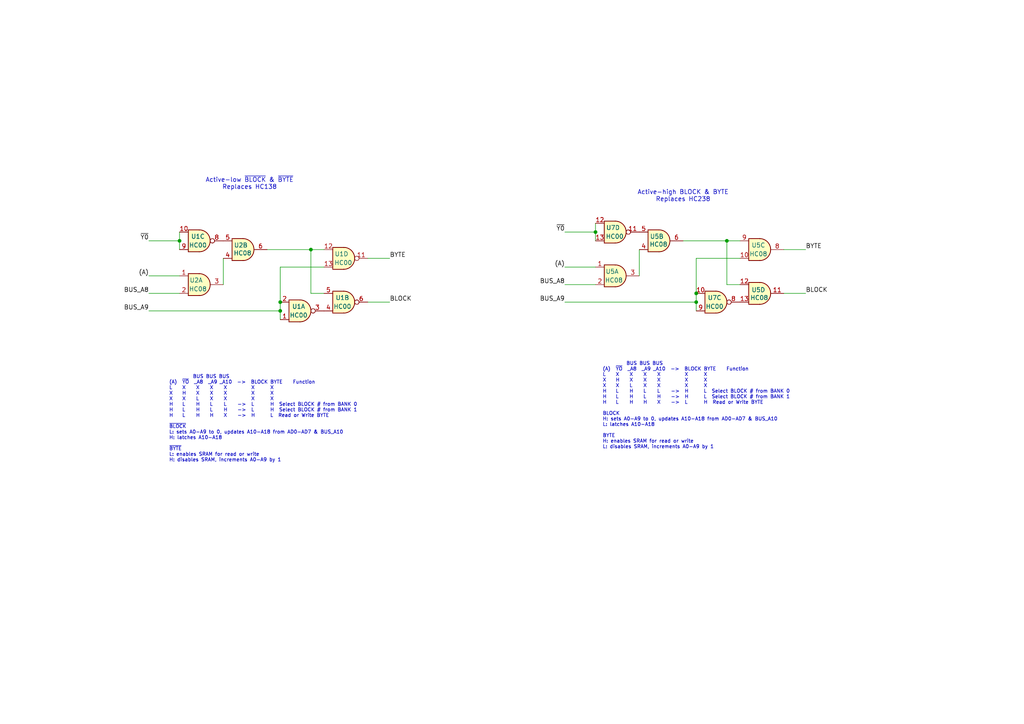
<source format=kicad_sch>
(kicad_sch
	(version 20231120)
	(generator "eeschema")
	(generator_version "8.0")
	(uuid "f15c2929-5cf4-4b4e-965d-148e1bec8a42")
	(paper "A4")
	(title_block
		(title "MiniNDP control circuit - active high output")
		(date "2024-11-25")
		(company "Brian K. White - b.kenyon.w@gmail.com")
		(comment 1 "github.com/bkw777/NODE_DATAPAC")
	)
	(lib_symbols
		(symbol "000_LOCAL:74xx00"
			(exclude_from_sim no)
			(in_bom yes)
			(on_board yes)
			(property "Reference" "U"
				(at 1.524 8.636 0)
				(effects
					(font
						(size 1.27 1.27)
					)
				)
			)
			(property "Value" "74xx00"
				(at 3.302 6.604 0)
				(effects
					(font
						(size 1.27 1.27)
					)
				)
			)
			(property "Footprint" ""
				(at 0 0 0)
				(effects
					(font
						(size 1.27 1.27)
					)
					(hide yes)
				)
			)
			(property "Datasheet" "datasheets/HC00.pdf"
				(at 6.35 0 0)
				(effects
					(font
						(size 1.27 1.27)
					)
					(hide yes)
				)
			)
			(property "Description" "Quad NAND Gate"
				(at 6.35 0 0)
				(effects
					(font
						(size 1.27 1.27)
					)
					(hide yes)
				)
			)
			(property "ki_keywords" "Qaud Gate NAND"
				(at 0 0 0)
				(effects
					(font
						(size 1.27 1.27)
					)
					(hide yes)
				)
			)
			(property "ki_fp_filters" "SSOP* VSSOP*"
				(at 0 0 0)
				(effects
					(font
						(size 1.27 1.27)
					)
					(hide yes)
				)
			)
			(symbol "74xx00_1_1"
				(arc
					(start -0.635 -3.175)
					(mid 2.54 0)
					(end -0.635 3.175)
					(stroke
						(width 0.254)
						(type default)
					)
					(fill
						(type background)
					)
				)
				(polyline
					(pts
						(xy -0.635 -3.175) (xy -3.81 -3.175) (xy -3.81 3.175) (xy -0.635 3.175)
					)
					(stroke
						(width 0.254)
						(type default)
					)
					(fill
						(type background)
					)
				)
				(pin input line
					(at -6.35 2.54 0)
					(length 2.54)
					(name "~"
						(effects
							(font
								(size 1.27 1.27)
							)
						)
					)
					(number "1"
						(effects
							(font
								(size 1.27 1.27)
							)
						)
					)
				)
				(pin input line
					(at -6.35 -2.54 0)
					(length 2.54)
					(name "~"
						(effects
							(font
								(size 1.27 1.27)
							)
						)
					)
					(number "2"
						(effects
							(font
								(size 1.27 1.27)
							)
						)
					)
				)
				(pin output inverted
					(at 6.35 0 180)
					(length 3.81)
					(name "~"
						(effects
							(font
								(size 1.27 1.27)
							)
						)
					)
					(number "3"
						(effects
							(font
								(size 1.27 1.27)
							)
						)
					)
				)
			)
			(symbol "74xx00_2_1"
				(arc
					(start -0.635 -3.175)
					(mid 2.54 0)
					(end -0.635 3.175)
					(stroke
						(width 0.254)
						(type default)
					)
					(fill
						(type background)
					)
				)
				(polyline
					(pts
						(xy -0.635 -3.175) (xy -3.81 -3.175) (xy -3.81 3.175) (xy -0.635 3.175)
					)
					(stroke
						(width 0.254)
						(type default)
					)
					(fill
						(type background)
					)
				)
				(pin input line
					(at -6.35 2.54 0)
					(length 2.54)
					(name "~"
						(effects
							(font
								(size 1.27 1.27)
							)
						)
					)
					(number "4"
						(effects
							(font
								(size 1.27 1.27)
							)
						)
					)
				)
				(pin input line
					(at -6.35 -2.54 0)
					(length 2.54)
					(name "~"
						(effects
							(font
								(size 1.27 1.27)
							)
						)
					)
					(number "5"
						(effects
							(font
								(size 1.27 1.27)
							)
						)
					)
				)
				(pin output inverted
					(at 6.35 0 180)
					(length 3.81)
					(name "~"
						(effects
							(font
								(size 1.27 1.27)
							)
						)
					)
					(number "6"
						(effects
							(font
								(size 1.27 1.27)
							)
						)
					)
				)
			)
			(symbol "74xx00_3_1"
				(arc
					(start -0.635 -3.175)
					(mid 2.54 0)
					(end -0.635 3.175)
					(stroke
						(width 0.254)
						(type default)
					)
					(fill
						(type background)
					)
				)
				(polyline
					(pts
						(xy -0.635 -3.175) (xy -3.81 -3.175) (xy -3.81 3.175) (xy -0.635 3.175)
					)
					(stroke
						(width 0.254)
						(type default)
					)
					(fill
						(type background)
					)
				)
				(pin input line
					(at -6.35 -2.54 0)
					(length 2.54)
					(name "~"
						(effects
							(font
								(size 1.27 1.27)
							)
						)
					)
					(number "10"
						(effects
							(font
								(size 1.27 1.27)
							)
						)
					)
				)
				(pin output inverted
					(at 6.35 0 180)
					(length 3.81)
					(name "~"
						(effects
							(font
								(size 1.27 1.27)
							)
						)
					)
					(number "8"
						(effects
							(font
								(size 1.27 1.27)
							)
						)
					)
				)
				(pin input line
					(at -6.35 2.54 0)
					(length 2.54)
					(name "~"
						(effects
							(font
								(size 1.27 1.27)
							)
						)
					)
					(number "9"
						(effects
							(font
								(size 1.27 1.27)
							)
						)
					)
				)
			)
			(symbol "74xx00_4_1"
				(arc
					(start -0.635 -3.175)
					(mid 2.54 0)
					(end -0.635 3.175)
					(stroke
						(width 0.254)
						(type default)
					)
					(fill
						(type background)
					)
				)
				(polyline
					(pts
						(xy -0.635 -3.175) (xy -3.81 -3.175) (xy -3.81 3.175) (xy -0.635 3.175)
					)
					(stroke
						(width 0.254)
						(type default)
					)
					(fill
						(type background)
					)
				)
				(pin output inverted
					(at 6.35 0 180)
					(length 3.81)
					(name "~"
						(effects
							(font
								(size 1.27 1.27)
							)
						)
					)
					(number "11"
						(effects
							(font
								(size 1.27 1.27)
							)
						)
					)
				)
				(pin input line
					(at -6.35 2.54 0)
					(length 2.54)
					(name "~"
						(effects
							(font
								(size 1.27 1.27)
							)
						)
					)
					(number "12"
						(effects
							(font
								(size 1.27 1.27)
							)
						)
					)
				)
				(pin input line
					(at -6.35 -2.54 0)
					(length 2.54)
					(name "~"
						(effects
							(font
								(size 1.27 1.27)
							)
						)
					)
					(number "13"
						(effects
							(font
								(size 1.27 1.27)
							)
						)
					)
				)
			)
			(symbol "74xx00_5_0"
				(rectangle
					(start -5.08 5.08)
					(end 5.08 -5.08)
					(stroke
						(width 0.254)
						(type default)
					)
					(fill
						(type background)
					)
				)
			)
			(symbol "74xx00_5_1"
				(pin power_in line
					(at 0 10.16 270)
					(length 5.08)
					(name "VCC"
						(effects
							(font
								(size 1.27 1.27)
							)
						)
					)
					(number "14"
						(effects
							(font
								(size 1.27 1.27)
							)
						)
					)
				)
				(pin power_in line
					(at 0 -10.16 90)
					(length 5.08)
					(name "GND"
						(effects
							(font
								(size 1.27 1.27)
							)
						)
					)
					(number "7"
						(effects
							(font
								(size 1.27 1.27)
							)
						)
					)
				)
			)
		)
		(symbol "000_LOCAL:74xx08"
			(exclude_from_sim no)
			(in_bom yes)
			(on_board yes)
			(property "Reference" "U"
				(at 1.524 8.636 0)
				(effects
					(font
						(size 1.27 1.27)
					)
				)
			)
			(property "Value" "74xx08"
				(at 3.302 6.604 0)
				(effects
					(font
						(size 1.27 1.27)
					)
				)
			)
			(property "Footprint" ""
				(at 0 0 0)
				(effects
					(font
						(size 1.27 1.27)
					)
					(hide yes)
				)
			)
			(property "Datasheet" "datasheets/HC08.pdf"
				(at 6.35 0 0)
				(effects
					(font
						(size 1.27 1.27)
					)
					(hide yes)
				)
			)
			(property "Description" "Quad AND Gate"
				(at 6.35 0 0)
				(effects
					(font
						(size 1.27 1.27)
					)
					(hide yes)
				)
			)
			(property "ki_keywords" "Quad Gate AND"
				(at 0 0 0)
				(effects
					(font
						(size 1.27 1.27)
					)
					(hide yes)
				)
			)
			(property "ki_fp_filters" "SSOP* VSSOP*"
				(at 0 0 0)
				(effects
					(font
						(size 1.27 1.27)
					)
					(hide yes)
				)
			)
			(symbol "74xx08_1_1"
				(arc
					(start -0.635 -3.175)
					(mid 2.54 0)
					(end -0.635 3.175)
					(stroke
						(width 0.254)
						(type default)
					)
					(fill
						(type background)
					)
				)
				(polyline
					(pts
						(xy -0.635 -3.175) (xy -3.81 -3.175) (xy -3.81 3.175) (xy -0.635 3.175)
					)
					(stroke
						(width 0.254)
						(type default)
					)
					(fill
						(type background)
					)
				)
				(pin input line
					(at -6.35 2.54 0)
					(length 2.54)
					(name "~"
						(effects
							(font
								(size 1.27 1.27)
							)
						)
					)
					(number "1"
						(effects
							(font
								(size 1.27 1.27)
							)
						)
					)
				)
				(pin input line
					(at -6.35 -2.54 0)
					(length 2.54)
					(name "~"
						(effects
							(font
								(size 1.27 1.27)
							)
						)
					)
					(number "2"
						(effects
							(font
								(size 1.27 1.27)
							)
						)
					)
				)
				(pin output line
					(at 6.35 0 180)
					(length 3.81)
					(name "~"
						(effects
							(font
								(size 1.27 1.27)
							)
						)
					)
					(number "3"
						(effects
							(font
								(size 1.27 1.27)
							)
						)
					)
				)
			)
			(symbol "74xx08_2_1"
				(arc
					(start -0.635 -3.175)
					(mid 2.54 0)
					(end -0.635 3.175)
					(stroke
						(width 0.254)
						(type default)
					)
					(fill
						(type background)
					)
				)
				(polyline
					(pts
						(xy -0.635 -3.175) (xy -3.81 -3.175) (xy -3.81 3.175) (xy -0.635 3.175)
					)
					(stroke
						(width 0.254)
						(type default)
					)
					(fill
						(type background)
					)
				)
				(pin input line
					(at -6.35 2.54 0)
					(length 2.54)
					(name "~"
						(effects
							(font
								(size 1.27 1.27)
							)
						)
					)
					(number "4"
						(effects
							(font
								(size 1.27 1.27)
							)
						)
					)
				)
				(pin input line
					(at -6.35 -2.54 0)
					(length 2.54)
					(name "~"
						(effects
							(font
								(size 1.27 1.27)
							)
						)
					)
					(number "5"
						(effects
							(font
								(size 1.27 1.27)
							)
						)
					)
				)
				(pin output line
					(at 6.35 0 180)
					(length 3.81)
					(name "~"
						(effects
							(font
								(size 1.27 1.27)
							)
						)
					)
					(number "6"
						(effects
							(font
								(size 1.27 1.27)
							)
						)
					)
				)
			)
			(symbol "74xx08_3_1"
				(arc
					(start -0.635 -3.175)
					(mid 2.54 0)
					(end -0.635 3.175)
					(stroke
						(width 0.254)
						(type default)
					)
					(fill
						(type background)
					)
				)
				(polyline
					(pts
						(xy -0.635 -3.175) (xy -3.81 -3.175) (xy -3.81 3.175) (xy -0.635 3.175)
					)
					(stroke
						(width 0.254)
						(type default)
					)
					(fill
						(type background)
					)
				)
				(pin input line
					(at -6.35 -2.54 0)
					(length 2.54)
					(name "~"
						(effects
							(font
								(size 1.27 1.27)
							)
						)
					)
					(number "10"
						(effects
							(font
								(size 1.27 1.27)
							)
						)
					)
				)
				(pin output line
					(at 6.35 0 180)
					(length 3.81)
					(name "~"
						(effects
							(font
								(size 1.27 1.27)
							)
						)
					)
					(number "8"
						(effects
							(font
								(size 1.27 1.27)
							)
						)
					)
				)
				(pin input line
					(at -6.35 2.54 0)
					(length 2.54)
					(name "~"
						(effects
							(font
								(size 1.27 1.27)
							)
						)
					)
					(number "9"
						(effects
							(font
								(size 1.27 1.27)
							)
						)
					)
				)
			)
			(symbol "74xx08_4_1"
				(arc
					(start -0.635 -3.175)
					(mid 2.54 0)
					(end -0.635 3.175)
					(stroke
						(width 0.254)
						(type default)
					)
					(fill
						(type background)
					)
				)
				(polyline
					(pts
						(xy -0.635 -3.175) (xy -3.81 -3.175) (xy -3.81 3.175) (xy -0.635 3.175)
					)
					(stroke
						(width 0.254)
						(type default)
					)
					(fill
						(type background)
					)
				)
				(pin output line
					(at 6.35 0 180)
					(length 3.81)
					(name "~"
						(effects
							(font
								(size 1.27 1.27)
							)
						)
					)
					(number "11"
						(effects
							(font
								(size 1.27 1.27)
							)
						)
					)
				)
				(pin input line
					(at -6.35 2.54 0)
					(length 2.54)
					(name "~"
						(effects
							(font
								(size 1.27 1.27)
							)
						)
					)
					(number "12"
						(effects
							(font
								(size 1.27 1.27)
							)
						)
					)
				)
				(pin input line
					(at -6.35 -2.54 0)
					(length 2.54)
					(name "~"
						(effects
							(font
								(size 1.27 1.27)
							)
						)
					)
					(number "13"
						(effects
							(font
								(size 1.27 1.27)
							)
						)
					)
				)
			)
			(symbol "74xx08_5_0"
				(rectangle
					(start -5.08 5.08)
					(end 5.08 -5.08)
					(stroke
						(width 0.254)
						(type default)
					)
					(fill
						(type background)
					)
				)
			)
			(symbol "74xx08_5_1"
				(pin power_in line
					(at 0 10.16 270)
					(length 5.08)
					(name "VCC"
						(effects
							(font
								(size 1.27 1.27)
							)
						)
					)
					(number "14"
						(effects
							(font
								(size 1.27 1.27)
							)
						)
					)
				)
				(pin power_in line
					(at 0 -10.16 90)
					(length 5.08)
					(name "GND"
						(effects
							(font
								(size 1.27 1.27)
							)
						)
					)
					(number "7"
						(effects
							(font
								(size 1.27 1.27)
							)
						)
					)
				)
			)
		)
	)
	(junction
		(at 201.93 85.09)
		(diameter 0)
		(color 0 0 0 0)
		(uuid "4c0157f8-c8d4-49b4-b18c-15278f1d6d5f")
	)
	(junction
		(at 201.93 87.63)
		(diameter 0)
		(color 0 0 0 0)
		(uuid "56313f31-1b51-4f1a-9e07-40c806964e99")
	)
	(junction
		(at 172.72 67.31)
		(diameter 0)
		(color 0 0 0 0)
		(uuid "b1878cc3-7121-4e96-955d-320efad36a77")
	)
	(junction
		(at 52.07 69.85)
		(diameter 0)
		(color 0 0 0 0)
		(uuid "b54ab78f-bd38-4d90-bbd4-0cd1ab6be862")
	)
	(junction
		(at 81.28 90.17)
		(diameter 0)
		(color 0 0 0 0)
		(uuid "bcd4d080-4c28-45ee-a515-71cf903e0f26")
	)
	(junction
		(at 90.17 72.39)
		(diameter 0)
		(color 0 0 0 0)
		(uuid "c8b2229a-0c0f-46cc-a23a-ac83d4b89915")
	)
	(junction
		(at 81.28 87.63)
		(diameter 0)
		(color 0 0 0 0)
		(uuid "db83e28c-977b-4c7f-bb30-b22e8e8fb1bd")
	)
	(junction
		(at 210.82 69.85)
		(diameter 0)
		(color 0 0 0 0)
		(uuid "e19de3d1-1859-44cd-8ae0-1218359547a3")
	)
	(wire
		(pts
			(xy 163.83 87.63) (xy 201.93 87.63)
		)
		(stroke
			(width 0)
			(type default)
		)
		(uuid "0e36a295-701b-41e3-ac63-b51c98959e50")
	)
	(wire
		(pts
			(xy 43.18 69.85) (xy 52.07 69.85)
		)
		(stroke
			(width 0)
			(type default)
		)
		(uuid "1b635998-2f14-4ed1-8815-4f7f7e937a49")
	)
	(wire
		(pts
			(xy 227.33 72.39) (xy 233.68 72.39)
		)
		(stroke
			(width 0)
			(type default)
		)
		(uuid "24bbfed5-c844-4e7b-a3ab-2d0c59c50300")
	)
	(wire
		(pts
			(xy 172.72 64.77) (xy 172.72 67.31)
		)
		(stroke
			(width 0)
			(type default)
		)
		(uuid "296f23af-0302-40e1-9535-0e73967dc2e7")
	)
	(wire
		(pts
			(xy 52.07 67.31) (xy 52.07 69.85)
		)
		(stroke
			(width 0)
			(type default)
		)
		(uuid "2aa619fa-8b3a-4b2a-ae60-6498c4a4a787")
	)
	(wire
		(pts
			(xy 185.42 72.39) (xy 185.42 80.01)
		)
		(stroke
			(width 0)
			(type default)
		)
		(uuid "2d6b124b-0e31-41f9-a4b6-53dfe0e4b302")
	)
	(wire
		(pts
			(xy 227.33 85.09) (xy 233.68 85.09)
		)
		(stroke
			(width 0)
			(type default)
		)
		(uuid "3233a991-5e0d-403c-8271-b9c110f2def5")
	)
	(wire
		(pts
			(xy 201.93 74.93) (xy 201.93 85.09)
		)
		(stroke
			(width 0)
			(type default)
		)
		(uuid "40d15adb-ee27-487f-93a3-76b97e4af264")
	)
	(wire
		(pts
			(xy 93.98 85.09) (xy 90.17 85.09)
		)
		(stroke
			(width 0)
			(type default)
		)
		(uuid "481a7823-4491-4c51-b4e6-7e1026a7b437")
	)
	(wire
		(pts
			(xy 43.18 85.09) (xy 52.07 85.09)
		)
		(stroke
			(width 0)
			(type default)
		)
		(uuid "50ee9d56-e1ed-4d43-8d8a-866995b1a052")
	)
	(wire
		(pts
			(xy 106.68 74.93) (xy 113.03 74.93)
		)
		(stroke
			(width 0)
			(type default)
		)
		(uuid "52873688-da53-4756-8b2a-bde46f041e6a")
	)
	(wire
		(pts
			(xy 214.63 82.55) (xy 210.82 82.55)
		)
		(stroke
			(width 0)
			(type default)
		)
		(uuid "5dca31f6-ef5e-4cc0-917e-1cdf35a08c19")
	)
	(wire
		(pts
			(xy 210.82 69.85) (xy 214.63 69.85)
		)
		(stroke
			(width 0)
			(type default)
		)
		(uuid "6d047921-32e7-4bce-b8dd-c976fa7f9499")
	)
	(wire
		(pts
			(xy 201.93 85.09) (xy 201.93 87.63)
		)
		(stroke
			(width 0)
			(type default)
		)
		(uuid "74821c49-bf52-4669-a041-9ee0919b4ec8")
	)
	(wire
		(pts
			(xy 52.07 69.85) (xy 52.07 72.39)
		)
		(stroke
			(width 0)
			(type default)
		)
		(uuid "8027a0c0-fd8e-4f7c-817c-2575e1b3884e")
	)
	(wire
		(pts
			(xy 172.72 67.31) (xy 172.72 69.85)
		)
		(stroke
			(width 0)
			(type default)
		)
		(uuid "85ad2e1a-f814-4fb2-932f-66471ec89ee4")
	)
	(wire
		(pts
			(xy 81.28 90.17) (xy 81.28 92.71)
		)
		(stroke
			(width 0)
			(type default)
		)
		(uuid "88858f27-7ae8-4ef3-a4ff-98f5e618d899")
	)
	(wire
		(pts
			(xy 90.17 72.39) (xy 90.17 85.09)
		)
		(stroke
			(width 0)
			(type default)
		)
		(uuid "8f848bf5-40b4-4ecf-86c1-2211fb297bac")
	)
	(wire
		(pts
			(xy 198.12 69.85) (xy 210.82 69.85)
		)
		(stroke
			(width 0)
			(type default)
		)
		(uuid "906b10ad-9783-4501-a6ae-db96fb498dd8")
	)
	(wire
		(pts
			(xy 77.47 72.39) (xy 90.17 72.39)
		)
		(stroke
			(width 0)
			(type default)
		)
		(uuid "976d8d2f-5d2e-426b-8d7d-4dfe96074f96")
	)
	(wire
		(pts
			(xy 214.63 74.93) (xy 201.93 74.93)
		)
		(stroke
			(width 0)
			(type default)
		)
		(uuid "9906d8b4-4423-44ce-8be0-cba5954995e4")
	)
	(wire
		(pts
			(xy 201.93 87.63) (xy 201.93 90.17)
		)
		(stroke
			(width 0)
			(type default)
		)
		(uuid "a1b2eb0c-57af-42af-bd87-c6b15f7ab0e3")
	)
	(wire
		(pts
			(xy 163.83 82.55) (xy 172.72 82.55)
		)
		(stroke
			(width 0)
			(type default)
		)
		(uuid "af9fb310-f0c4-4e50-8b12-ae4e79a806dc")
	)
	(wire
		(pts
			(xy 43.18 90.17) (xy 81.28 90.17)
		)
		(stroke
			(width 0)
			(type default)
		)
		(uuid "b310d5d9-1fd0-41c8-84f2-981fc917464c")
	)
	(wire
		(pts
			(xy 90.17 72.39) (xy 93.98 72.39)
		)
		(stroke
			(width 0)
			(type default)
		)
		(uuid "b86b0587-453a-48ee-bc3d-e03e77ecd979")
	)
	(wire
		(pts
			(xy 106.68 87.63) (xy 113.03 87.63)
		)
		(stroke
			(width 0)
			(type default)
		)
		(uuid "cda833c5-46c4-495b-b9c3-0443e1628742")
	)
	(wire
		(pts
			(xy 163.83 67.31) (xy 172.72 67.31)
		)
		(stroke
			(width 0)
			(type default)
		)
		(uuid "e4cfced7-b2df-479b-8042-bcf9e066a5d9")
	)
	(wire
		(pts
			(xy 81.28 87.63) (xy 81.28 90.17)
		)
		(stroke
			(width 0)
			(type default)
		)
		(uuid "ee526893-a848-4622-aa96-58650745bb3a")
	)
	(wire
		(pts
			(xy 163.83 77.47) (xy 172.72 77.47)
		)
		(stroke
			(width 0)
			(type default)
		)
		(uuid "f1451f96-2ff0-49eb-8b78-331d5c312e4f")
	)
	(wire
		(pts
			(xy 43.18 80.01) (xy 52.07 80.01)
		)
		(stroke
			(width 0)
			(type default)
		)
		(uuid "f648a4b0-b4ea-48ab-b050-4b32a7e8d60f")
	)
	(wire
		(pts
			(xy 210.82 69.85) (xy 210.82 82.55)
		)
		(stroke
			(width 0)
			(type default)
		)
		(uuid "f8841a1e-d239-45f1-b274-360cc856f479")
	)
	(wire
		(pts
			(xy 64.77 74.93) (xy 64.77 82.55)
		)
		(stroke
			(width 0)
			(type default)
		)
		(uuid "fea9bab0-6ac4-49be-a097-66e296f859b6")
	)
	(wire
		(pts
			(xy 81.28 77.47) (xy 81.28 87.63)
		)
		(stroke
			(width 0)
			(type default)
		)
		(uuid "ff87a3bf-f118-44e4-b8b2-7339fe79f2a9")
	)
	(wire
		(pts
			(xy 93.98 77.47) (xy 81.28 77.47)
		)
		(stroke
			(width 0)
			(type default)
		)
		(uuid "ffbed5e4-194a-4356-bb2a-5a3f5fd00c76")
	)
	(text "Active-high BLOCK & BYTE\nReplaces HC238"
		(exclude_from_sim no)
		(at 198.12 56.896 0)
		(effects
			(font
				(size 1.27 1.27)
			)
		)
		(uuid "1b1b744b-52cc-4a6b-a208-888828f32f07")
	)
	(text "Active-low ~{BLOCK} & ~{BYTE}\nReplaces HC138"
		(exclude_from_sim no)
		(at 72.39 53.34 0)
		(effects
			(font
				(size 1.27 1.27)
			)
		)
		(uuid "9b0863f8-9391-4a0a-8f03-88facf48d0c1")
	)
	(text "         BUS BUS BUS\n(A)	~{YO}  _A8  _A9 _A10  ->  BLOCK BYTE    Function\nL	X	X	X	X		X	  X\nX	H	X	X	X		X	  X\nX	X	L	X	X		X	  X\nH	L	H	L	L	->  L	  H  Select BLOCK # from BANK 0\nH	L	H	L	H	->  L	  H  Select BLOCK # from BANK 1\nH	L	H	H	X	->  H	  L  Read or Write BYTE\n\n~{BLOCK}\nL: sets A0-A9 to 0, updates A10-A18 from AD0-AD7 & BUS_A10\nH: latches A10-A18\n\n~{BYTE}\nL: enables SRAM for read or write\nH: disables SRAM, increments A0-A9 by 1\n"
		(exclude_from_sim no)
		(at 49.022 134.112 0)
		(effects
			(font
				(face "KiCad Font")
				(size 1 1)
			)
			(justify left bottom)
		)
		(uuid "d2d54b37-c8c2-4d1b-ab40-c17599d1e7f1")
	)
	(text "         BUS BUS BUS\n(A)	~{YO}  _A8  _A9 _A10  ->  BLOCK BYTE    Function\nL	X	X	X	X		X	  X\nX	H	X	X	X		X	  X\nX	X	L	X	X		X	  X\nH	L	H	L	L	->  H	  L  Select BLOCK # from BANK 0\nH	L	H	L	H	->  H	  L  Select BLOCK # from BANK 1\nH	L	H	H	X	->  L	  H  Read or Write BYTE\n\nBLOCK\nH: sets A0-A9 to 0, updates A10-A18 from AD0-AD7 & BUS_A10\nL: latches A10-A18\n\nBYTE\nH: enables SRAM for read or write\nL: disables SRAM, increments A0-A9 by 1\n"
		(exclude_from_sim no)
		(at 174.752 130.302 0)
		(effects
			(font
				(face "KiCad Font")
				(size 1 1)
			)
			(justify left bottom)
		)
		(uuid "e2fc4626-87cb-403f-acf5-21accce15267")
	)
	(label "~{Y0}"
		(at 43.18 69.85 180)
		(fields_autoplaced yes)
		(effects
			(font
				(size 1.27 1.27)
			)
			(justify right bottom)
		)
		(uuid "1f217482-894a-4e06-989e-249f1c6ce976")
	)
	(label "(A)"
		(at 163.83 77.47 180)
		(fields_autoplaced yes)
		(effects
			(font
				(size 1.27 1.27)
			)
			(justify right bottom)
		)
		(uuid "26f24c64-71f1-4b61-858b-c7ec076136e2")
	)
	(label "BUS_A9"
		(at 163.83 87.63 180)
		(fields_autoplaced yes)
		(effects
			(font
				(size 1.27 1.27)
			)
			(justify right bottom)
		)
		(uuid "46916032-3d28-410d-b9be-64897c3e8d6b")
	)
	(label "BYTE"
		(at 233.68 72.39 0)
		(fields_autoplaced yes)
		(effects
			(font
				(size 1.27 1.27)
			)
			(justify left bottom)
		)
		(uuid "5b7f43f5-4b03-417b-b7a6-d47e64806a50")
	)
	(label "(A)"
		(at 43.18 80.01 180)
		(fields_autoplaced yes)
		(effects
			(font
				(size 1.27 1.27)
			)
			(justify right bottom)
		)
		(uuid "74b8cd22-9d51-4321-aea2-1179e8ea966a")
	)
	(label "BUS_A8"
		(at 43.18 85.09 180)
		(fields_autoplaced yes)
		(effects
			(font
				(size 1.27 1.27)
			)
			(justify right bottom)
		)
		(uuid "8ba6f2b2-1f7d-460b-b972-fcd3ee5cbdb0")
	)
	(label "BUS_A9"
		(at 43.18 90.17 180)
		(fields_autoplaced yes)
		(effects
			(font
				(size 1.27 1.27)
			)
			(justify right bottom)
		)
		(uuid "9168f0d9-0c1d-49c5-a24a-6195b261c63c")
	)
	(label "BLOCK"
		(at 113.03 87.63 0)
		(fields_autoplaced yes)
		(effects
			(font
				(size 1.27 1.27)
			)
			(justify left bottom)
		)
		(uuid "9a430ad2-3827-44fa-a0a3-13e5465d7587")
	)
	(label "~{Y0}"
		(at 163.83 67.31 180)
		(fields_autoplaced yes)
		(effects
			(font
				(size 1.27 1.27)
			)
			(justify right bottom)
		)
		(uuid "b213052a-974f-4699-9bfe-2c609db9a494")
	)
	(label "BYTE"
		(at 113.03 74.93 0)
		(fields_autoplaced yes)
		(effects
			(font
				(size 1.27 1.27)
			)
			(justify left bottom)
		)
		(uuid "bc89ae6c-5812-4b06-bb0a-a30407b4b8cb")
	)
	(label "BLOCK"
		(at 233.68 85.09 0)
		(fields_autoplaced yes)
		(effects
			(font
				(size 1.27 1.27)
			)
			(justify left bottom)
		)
		(uuid "c415988f-5580-473d-91d3-c15980c0247a")
	)
	(label "BUS_A8"
		(at 163.83 82.55 180)
		(fields_autoplaced yes)
		(effects
			(font
				(size 1.27 1.27)
			)
			(justify right bottom)
		)
		(uuid "d486a3d2-482c-45a4-9ddc-c6029ad0fa99")
	)
	(symbol
		(lib_id "000_LOCAL:74xx08")
		(at 191.77 69.85 0)
		(mirror x)
		(unit 2)
		(exclude_from_sim no)
		(in_bom yes)
		(on_board yes)
		(dnp no)
		(uuid "0f504627-fce3-4894-8e2f-a817ca9d635e")
		(property "Reference" "U5"
			(at 190.5 68.58 0)
			(effects
				(font
					(size 1.27 1.27)
				)
			)
		)
		(property "Value" "HC08"
			(at 191.008 70.866 0)
			(effects
				(font
					(size 1.27 1.27)
				)
			)
		)
		(property "Footprint" "000_LOCAL:SOIC-14_3.9x8.7mm_P1.27mm"
			(at 191.77 69.85 0)
			(effects
				(font
					(size 1.27 1.27)
				)
				(hide yes)
			)
		)
		(property "Datasheet" "datasheets/HC08.pdf"
			(at 198.12 69.85 0)
			(effects
				(font
					(size 1.27 1.27)
				)
				(hide yes)
			)
		)
		(property "Description" "IC GATE AND 4CH 2-INP 14SO"
			(at 198.12 69.85 0)
			(effects
				(font
					(size 1.27 1.27)
				)
				(hide yes)
			)
		)
		(property "MPN" "74HC08D,653"
			(at 191.77 69.85 0)
			(effects
				(font
					(size 1.27 1.27)
				)
				(hide yes)
			)
		)
		(pin "10"
			(uuid "bb7534d7-1bba-4750-8c68-f3d1011f9008")
		)
		(pin "6"
			(uuid "03b6e8b1-7676-4117-8346-dd75c4528a8a")
		)
		(pin "2"
			(uuid "73cd226a-b044-4154-b927-5dc6ed52acd4")
		)
		(pin "5"
			(uuid "621fa591-e4ef-4b01-8ab0-e5650eff2ea7")
		)
		(pin "4"
			(uuid "2c1c1475-9206-4adc-80ef-114fc494351a")
		)
		(pin "8"
			(uuid "714ac9f7-059a-4b9b-b3e8-1c8d3c910c0a")
		)
		(pin "12"
			(uuid "4526d731-76ba-4a78-8604-29287682d71e")
		)
		(pin "1"
			(uuid "21c411cf-107d-4669-8e50-d29b3170a746")
		)
		(pin "13"
			(uuid "83bdc63f-32f5-4c60-8ab0-a409b7376b87")
		)
		(pin "3"
			(uuid "e547ac33-f5b1-4e4a-a943-a4601c1e8d6c")
		)
		(pin "11"
			(uuid "11a35984-858f-4669-b5fd-6761838003be")
		)
		(pin "14"
			(uuid "397e49b7-b70e-4f38-a027-af951a3dd0bc")
		)
		(pin "7"
			(uuid "fcad5c90-ad43-4420-ac39-27973a027cd9")
		)
		(pin "9"
			(uuid "5acd6ab9-4f75-4d95-acfb-1600e8e14b58")
		)
		(instances
			(project ""
				(path "/f15c2929-5cf4-4b4e-965d-148e1bec8a42"
					(reference "U5")
					(unit 2)
				)
			)
		)
	)
	(symbol
		(lib_id "000_LOCAL:74xx08")
		(at 58.42 82.55 0)
		(unit 1)
		(exclude_from_sim no)
		(in_bom yes)
		(on_board yes)
		(dnp no)
		(uuid "1004f691-bc39-401b-bf87-2a3f7aed4977")
		(property "Reference" "U2"
			(at 56.896 81.28 0)
			(effects
				(font
					(size 1.27 1.27)
				)
			)
		)
		(property "Value" "HC08"
			(at 57.404 83.82 0)
			(effects
				(font
					(size 1.27 1.27)
				)
			)
		)
		(property "Footprint" "000_LOCAL:SOIC-14_3.9x8.7mm_P1.27mm"
			(at 58.42 82.55 0)
			(effects
				(font
					(size 1.27 1.27)
				)
				(hide yes)
			)
		)
		(property "Datasheet" "datasheets/HC08.pdf"
			(at 64.77 82.55 0)
			(effects
				(font
					(size 1.27 1.27)
				)
				(hide yes)
			)
		)
		(property "Description" "IC GATE AND 4CH 2-INP 14SO"
			(at 64.77 82.55 0)
			(effects
				(font
					(size 1.27 1.27)
				)
				(hide yes)
			)
		)
		(property "MPN" "74HC08D,653"
			(at 58.42 82.55 0)
			(effects
				(font
					(size 1.27 1.27)
				)
				(hide yes)
			)
		)
		(pin "10"
			(uuid "bb7534d7-1bba-4750-8c68-f3d1011f900b")
		)
		(pin "6"
			(uuid "03b6e8b1-7676-4117-8346-dd75c4528a8d")
		)
		(pin "2"
			(uuid "41652247-c8d6-454e-87dc-2c77a7ddc799")
		)
		(pin "5"
			(uuid "621fa591-e4ef-4b01-8ab0-e5650eff2eaa")
		)
		(pin "4"
			(uuid "2c1c1475-9206-4adc-80ef-114fc494351d")
		)
		(pin "8"
			(uuid "714ac9f7-059a-4b9b-b3e8-1c8d3c910c0d")
		)
		(pin "12"
			(uuid "4526d731-76ba-4a78-8604-29287682d721")
		)
		(pin "1"
			(uuid "66873caf-f262-4fbf-9fd5-0d706518d141")
		)
		(pin "13"
			(uuid "83bdc63f-32f5-4c60-8ab0-a409b7376b8a")
		)
		(pin "3"
			(uuid "66f430bb-2009-4918-8a98-c9a3ba732da0")
		)
		(pin "11"
			(uuid "11a35984-858f-4669-b5fd-6761838003c1")
		)
		(pin "14"
			(uuid "397e49b7-b70e-4f38-a027-af951a3dd0bf")
		)
		(pin "7"
			(uuid "fcad5c90-ad43-4420-ac39-27973a027cdc")
		)
		(pin "9"
			(uuid "5acd6ab9-4f75-4d95-acfb-1600e8e14b5b")
		)
		(instances
			(project "replace_238"
				(path "/f15c2929-5cf4-4b4e-965d-148e1bec8a42"
					(reference "U2")
					(unit 1)
				)
			)
		)
	)
	(symbol
		(lib_id "000_LOCAL:74xx00")
		(at 100.33 74.93 0)
		(unit 4)
		(exclude_from_sim no)
		(in_bom yes)
		(on_board yes)
		(dnp no)
		(uuid "118d60ca-14d6-4265-ac3e-1d01f2e10b69")
		(property "Reference" "U1"
			(at 99.06 73.66 0)
			(effects
				(font
					(size 1.27 1.27)
				)
			)
		)
		(property "Value" "HC00"
			(at 99.568 76.2 0)
			(effects
				(font
					(size 1.27 1.27)
				)
			)
		)
		(property "Footprint" ""
			(at 100.33 74.93 0)
			(effects
				(font
					(size 1.27 1.27)
				)
				(hide yes)
			)
		)
		(property "Datasheet" "datasheets/HC00.pdf"
			(at 106.68 74.93 0)
			(effects
				(font
					(size 1.27 1.27)
				)
				(hide yes)
			)
		)
		(property "Description" "Quad NAND Gate"
			(at 106.68 74.93 0)
			(effects
				(font
					(size 1.27 1.27)
				)
				(hide yes)
			)
		)
		(pin "13"
			(uuid "800f686b-3fc8-4298-a892-44851850168b")
		)
		(pin "6"
			(uuid "50f8bce6-eb8c-40fb-a328-9ed6be808930")
		)
		(pin "14"
			(uuid "e9a170bd-c6c4-48da-aaf3-f72742a89570")
		)
		(pin "5"
			(uuid "4837bd42-0818-4867-bf60-70a9e04cbeb0")
		)
		(pin "9"
			(uuid "0164b0f7-9956-492e-800e-b21c3e0ee913")
		)
		(pin "2"
			(uuid "15567024-14bb-4f87-b041-380521853174")
		)
		(pin "10"
			(uuid "9246da32-0e26-44ea-a233-c4cb81720b3b")
		)
		(pin "4"
			(uuid "b1b0f69d-4410-47c4-97cf-739208d12223")
		)
		(pin "8"
			(uuid "95ddd842-b9fb-40c8-a23b-00d08dd67850")
		)
		(pin "11"
			(uuid "81006710-d218-4d11-bc63-7a6a9e75d841")
		)
		(pin "3"
			(uuid "569d91df-9c9b-45fd-ab73-a3484711cb09")
		)
		(pin "12"
			(uuid "cb36b4d6-6c04-4ce6-9322-7a3a560d774f")
		)
		(pin "7"
			(uuid "74d3258f-a9a9-4c23-9355-1b900ca0019c")
		)
		(pin "1"
			(uuid "8b4c88f5-2ce3-4abf-ad54-ec0e096fc965")
		)
		(instances
			(project "replace_238"
				(path "/f15c2929-5cf4-4b4e-965d-148e1bec8a42"
					(reference "U1")
					(unit 4)
				)
			)
		)
	)
	(symbol
		(lib_id "000_LOCAL:74xx00")
		(at 208.28 87.63 0)
		(mirror x)
		(unit 3)
		(exclude_from_sim no)
		(in_bom yes)
		(on_board yes)
		(dnp no)
		(uuid "13ba83a6-ff50-486f-8903-656642546781")
		(property "Reference" "U7"
			(at 207.264 86.36 0)
			(effects
				(font
					(size 1.27 1.27)
				)
			)
		)
		(property "Value" "HC00"
			(at 207.264 88.9 0)
			(effects
				(font
					(size 1.27 1.27)
				)
			)
		)
		(property "Footprint" ""
			(at 208.28 87.63 0)
			(effects
				(font
					(size 1.27 1.27)
				)
				(hide yes)
			)
		)
		(property "Datasheet" "datasheets/HC00.pdf"
			(at 214.63 87.63 0)
			(effects
				(font
					(size 1.27 1.27)
				)
				(hide yes)
			)
		)
		(property "Description" "Quad NAND Gate"
			(at 214.63 87.63 0)
			(effects
				(font
					(size 1.27 1.27)
				)
				(hide yes)
			)
		)
		(pin "13"
			(uuid "a6c8fdbd-902e-4331-98e9-e639f5947c8b")
		)
		(pin "6"
			(uuid "50f8bce6-eb8c-40fb-a328-9ed6be80892d")
		)
		(pin "14"
			(uuid "e9a170bd-c6c4-48da-aaf3-f72742a8956d")
		)
		(pin "5"
			(uuid "4837bd42-0818-4867-bf60-70a9e04cbead")
		)
		(pin "9"
			(uuid "0164b0f7-9956-492e-800e-b21c3e0ee910")
		)
		(pin "2"
			(uuid "15567024-14bb-4f87-b041-380521853171")
		)
		(pin "10"
			(uuid "9246da32-0e26-44ea-a233-c4cb81720b38")
		)
		(pin "4"
			(uuid "b1b0f69d-4410-47c4-97cf-739208d12220")
		)
		(pin "8"
			(uuid "95ddd842-b9fb-40c8-a23b-00d08dd6784d")
		)
		(pin "11"
			(uuid "4830e06d-1c73-4761-819e-35d126a5c129")
		)
		(pin "3"
			(uuid "569d91df-9c9b-45fd-ab73-a3484711cb06")
		)
		(pin "12"
			(uuid "69864355-32d1-4bed-a286-eb0c7ab5c83f")
		)
		(pin "7"
			(uuid "74d3258f-a9a9-4c23-9355-1b900ca00199")
		)
		(pin "1"
			(uuid "8b4c88f5-2ce3-4abf-ad54-ec0e096fc962")
		)
		(instances
			(project ""
				(path "/f15c2929-5cf4-4b4e-965d-148e1bec8a42"
					(reference "U7")
					(unit 3)
				)
			)
		)
	)
	(symbol
		(lib_id "000_LOCAL:74xx00")
		(at 87.63 90.17 0)
		(mirror x)
		(unit 1)
		(exclude_from_sim no)
		(in_bom yes)
		(on_board yes)
		(dnp no)
		(uuid "373456a0-f92f-4c15-9205-81ee1491beaf")
		(property "Reference" "U1"
			(at 86.614 88.9 0)
			(effects
				(font
					(size 1.27 1.27)
				)
			)
		)
		(property "Value" "HC00"
			(at 86.614 91.44 0)
			(effects
				(font
					(size 1.27 1.27)
				)
			)
		)
		(property "Footprint" ""
			(at 87.63 90.17 0)
			(effects
				(font
					(size 1.27 1.27)
				)
				(hide yes)
			)
		)
		(property "Datasheet" "datasheets/HC00.pdf"
			(at 93.98 90.17 0)
			(effects
				(font
					(size 1.27 1.27)
				)
				(hide yes)
			)
		)
		(property "Description" "Quad NAND Gate"
			(at 93.98 90.17 0)
			(effects
				(font
					(size 1.27 1.27)
				)
				(hide yes)
			)
		)
		(pin "13"
			(uuid "a6c8fdbd-902e-4331-98e9-e639f5947c8b")
		)
		(pin "6"
			(uuid "50f8bce6-eb8c-40fb-a328-9ed6be80892d")
		)
		(pin "14"
			(uuid "e9a170bd-c6c4-48da-aaf3-f72742a8956d")
		)
		(pin "5"
			(uuid "4837bd42-0818-4867-bf60-70a9e04cbead")
		)
		(pin "9"
			(uuid "0ec0b5ac-3526-4efe-a621-6ea9bf82d43e")
		)
		(pin "2"
			(uuid "15567024-14bb-4f87-b041-380521853171")
		)
		(pin "10"
			(uuid "e19a8d62-5f9c-4390-9c70-26f50d80565a")
		)
		(pin "4"
			(uuid "b1b0f69d-4410-47c4-97cf-739208d12220")
		)
		(pin "8"
			(uuid "5a402556-a7f3-4252-a4f1-38632130cf7a")
		)
		(pin "11"
			(uuid "4830e06d-1c73-4761-819e-35d126a5c129")
		)
		(pin "3"
			(uuid "569d91df-9c9b-45fd-ab73-a3484711cb06")
		)
		(pin "12"
			(uuid "69864355-32d1-4bed-a286-eb0c7ab5c83f")
		)
		(pin "7"
			(uuid "74d3258f-a9a9-4c23-9355-1b900ca00199")
		)
		(pin "1"
			(uuid "8b4c88f5-2ce3-4abf-ad54-ec0e096fc962")
		)
		(instances
			(project "replace_238"
				(path "/f15c2929-5cf4-4b4e-965d-148e1bec8a42"
					(reference "U1")
					(unit 1)
				)
			)
		)
	)
	(symbol
		(lib_id "000_LOCAL:74xx08")
		(at 220.98 72.39 0)
		(unit 3)
		(exclude_from_sim no)
		(in_bom yes)
		(on_board yes)
		(dnp no)
		(uuid "5b35ccc5-70a3-4c09-aeb6-d4c811dc943c")
		(property "Reference" "U5"
			(at 219.964 71.12 0)
			(effects
				(font
					(size 1.27 1.27)
				)
			)
		)
		(property "Value" "HC08"
			(at 219.964 73.66 0)
			(effects
				(font
					(size 1.27 1.27)
				)
			)
		)
		(property "Footprint" "000_LOCAL:SOIC-14_3.9x8.7mm_P1.27mm"
			(at 220.98 72.39 0)
			(effects
				(font
					(size 1.27 1.27)
				)
				(hide yes)
			)
		)
		(property "Datasheet" "datasheets/HC08.pdf"
			(at 227.33 72.39 0)
			(effects
				(font
					(size 1.27 1.27)
				)
				(hide yes)
			)
		)
		(property "Description" "IC GATE AND 4CH 2-INP 14SO"
			(at 227.33 72.39 0)
			(effects
				(font
					(size 1.27 1.27)
				)
				(hide yes)
			)
		)
		(property "MPN" "74HC08D,653"
			(at 220.98 72.39 0)
			(effects
				(font
					(size 1.27 1.27)
				)
				(hide yes)
			)
		)
		(pin "10"
			(uuid "bb7534d7-1bba-4750-8c68-f3d1011f900a")
		)
		(pin "6"
			(uuid "03b6e8b1-7676-4117-8346-dd75c4528a8c")
		)
		(pin "2"
			(uuid "73cd226a-b044-4154-b927-5dc6ed52acd6")
		)
		(pin "5"
			(uuid "621fa591-e4ef-4b01-8ab0-e5650eff2ea9")
		)
		(pin "4"
			(uuid "2c1c1475-9206-4adc-80ef-114fc494351c")
		)
		(pin "8"
			(uuid "714ac9f7-059a-4b9b-b3e8-1c8d3c910c0c")
		)
		(pin "12"
			(uuid "4526d731-76ba-4a78-8604-29287682d720")
		)
		(pin "1"
			(uuid "21c411cf-107d-4669-8e50-d29b3170a748")
		)
		(pin "13"
			(uuid "83bdc63f-32f5-4c60-8ab0-a409b7376b89")
		)
		(pin "3"
			(uuid "e547ac33-f5b1-4e4a-a943-a4601c1e8d6e")
		)
		(pin "11"
			(uuid "11a35984-858f-4669-b5fd-6761838003c0")
		)
		(pin "14"
			(uuid "397e49b7-b70e-4f38-a027-af951a3dd0be")
		)
		(pin "7"
			(uuid "fcad5c90-ad43-4420-ac39-27973a027cdb")
		)
		(pin "9"
			(uuid "5acd6ab9-4f75-4d95-acfb-1600e8e14b5a")
		)
		(instances
			(project ""
				(path "/f15c2929-5cf4-4b4e-965d-148e1bec8a42"
					(reference "U5")
					(unit 3)
				)
			)
		)
	)
	(symbol
		(lib_id "000_LOCAL:74xx08")
		(at 71.12 72.39 0)
		(mirror x)
		(unit 2)
		(exclude_from_sim no)
		(in_bom yes)
		(on_board yes)
		(dnp no)
		(uuid "5f8729bd-2aec-4f9a-9ce8-229251e16b94")
		(property "Reference" "U2"
			(at 69.85 71.12 0)
			(effects
				(font
					(size 1.27 1.27)
				)
			)
		)
		(property "Value" "HC08"
			(at 70.358 73.406 0)
			(effects
				(font
					(size 1.27 1.27)
				)
			)
		)
		(property "Footprint" "000_LOCAL:SOIC-14_3.9x8.7mm_P1.27mm"
			(at 71.12 72.39 0)
			(effects
				(font
					(size 1.27 1.27)
				)
				(hide yes)
			)
		)
		(property "Datasheet" "datasheets/HC08.pdf"
			(at 77.47 72.39 0)
			(effects
				(font
					(size 1.27 1.27)
				)
				(hide yes)
			)
		)
		(property "Description" "IC GATE AND 4CH 2-INP 14SO"
			(at 77.47 72.39 0)
			(effects
				(font
					(size 1.27 1.27)
				)
				(hide yes)
			)
		)
		(property "MPN" "74HC08D,653"
			(at 71.12 72.39 0)
			(effects
				(font
					(size 1.27 1.27)
				)
				(hide yes)
			)
		)
		(pin "10"
			(uuid "bb7534d7-1bba-4750-8c68-f3d1011f9008")
		)
		(pin "6"
			(uuid "d227fcfe-e81a-4891-b635-3252ac39d4d3")
		)
		(pin "2"
			(uuid "73cd226a-b044-4154-b927-5dc6ed52acd4")
		)
		(pin "5"
			(uuid "7b428aaa-983f-4639-aac1-e0104040bad7")
		)
		(pin "4"
			(uuid "3eb54b01-eb56-4d2b-898d-d5391e2404b9")
		)
		(pin "8"
			(uuid "714ac9f7-059a-4b9b-b3e8-1c8d3c910c0a")
		)
		(pin "12"
			(uuid "4526d731-76ba-4a78-8604-29287682d71e")
		)
		(pin "1"
			(uuid "21c411cf-107d-4669-8e50-d29b3170a746")
		)
		(pin "13"
			(uuid "83bdc63f-32f5-4c60-8ab0-a409b7376b87")
		)
		(pin "3"
			(uuid "e547ac33-f5b1-4e4a-a943-a4601c1e8d6c")
		)
		(pin "11"
			(uuid "11a35984-858f-4669-b5fd-6761838003be")
		)
		(pin "14"
			(uuid "397e49b7-b70e-4f38-a027-af951a3dd0bc")
		)
		(pin "7"
			(uuid "fcad5c90-ad43-4420-ac39-27973a027cd9")
		)
		(pin "9"
			(uuid "5acd6ab9-4f75-4d95-acfb-1600e8e14b58")
		)
		(instances
			(project "replace_238"
				(path "/f15c2929-5cf4-4b4e-965d-148e1bec8a42"
					(reference "U2")
					(unit 2)
				)
			)
		)
	)
	(symbol
		(lib_id "000_LOCAL:74xx00")
		(at 58.42 69.85 0)
		(mirror x)
		(unit 3)
		(exclude_from_sim no)
		(in_bom yes)
		(on_board yes)
		(dnp no)
		(uuid "bc25521a-0335-48b8-8576-86a86e21a9ab")
		(property "Reference" "U1"
			(at 57.404 68.58 0)
			(effects
				(font
					(size 1.27 1.27)
				)
			)
		)
		(property "Value" "HC00"
			(at 57.404 71.12 0)
			(effects
				(font
					(size 1.27 1.27)
				)
			)
		)
		(property "Footprint" ""
			(at 58.42 69.85 0)
			(effects
				(font
					(size 1.27 1.27)
				)
				(hide yes)
			)
		)
		(property "Datasheet" "datasheets/HC00.pdf"
			(at 64.77 69.85 0)
			(effects
				(font
					(size 1.27 1.27)
				)
				(hide yes)
			)
		)
		(property "Description" "Quad NAND Gate"
			(at 64.77 69.85 0)
			(effects
				(font
					(size 1.27 1.27)
				)
				(hide yes)
			)
		)
		(pin "13"
			(uuid "a6c8fdbd-902e-4331-98e9-e639f5947c8b")
		)
		(pin "6"
			(uuid "50f8bce6-eb8c-40fb-a328-9ed6be80892d")
		)
		(pin "14"
			(uuid "e9a170bd-c6c4-48da-aaf3-f72742a8956d")
		)
		(pin "5"
			(uuid "4837bd42-0818-4867-bf60-70a9e04cbead")
		)
		(pin "9"
			(uuid "8d8c58a8-0085-4d15-aae2-caa17e0380fb")
		)
		(pin "2"
			(uuid "15567024-14bb-4f87-b041-380521853171")
		)
		(pin "10"
			(uuid "598b515a-37b4-481d-9829-52b68914d934")
		)
		(pin "4"
			(uuid "b1b0f69d-4410-47c4-97cf-739208d12220")
		)
		(pin "8"
			(uuid "55550cd3-2f4a-4586-8e07-03dd3ea4dbab")
		)
		(pin "11"
			(uuid "4830e06d-1c73-4761-819e-35d126a5c129")
		)
		(pin "3"
			(uuid "569d91df-9c9b-45fd-ab73-a3484711cb06")
		)
		(pin "12"
			(uuid "69864355-32d1-4bed-a286-eb0c7ab5c83f")
		)
		(pin "7"
			(uuid "74d3258f-a9a9-4c23-9355-1b900ca00199")
		)
		(pin "1"
			(uuid "8b4c88f5-2ce3-4abf-ad54-ec0e096fc962")
		)
		(instances
			(project "replace_238"
				(path "/f15c2929-5cf4-4b4e-965d-148e1bec8a42"
					(reference "U1")
					(unit 3)
				)
			)
		)
	)
	(symbol
		(lib_id "000_LOCAL:74xx00")
		(at 179.07 67.31 0)
		(unit 4)
		(exclude_from_sim no)
		(in_bom yes)
		(on_board yes)
		(dnp no)
		(uuid "c335ee9f-52f6-415d-9cd6-45299d75fdb7")
		(property "Reference" "U7"
			(at 177.8 66.04 0)
			(effects
				(font
					(size 1.27 1.27)
				)
			)
		)
		(property "Value" "HC00"
			(at 178.308 68.58 0)
			(effects
				(font
					(size 1.27 1.27)
				)
			)
		)
		(property "Footprint" ""
			(at 179.07 67.31 0)
			(effects
				(font
					(size 1.27 1.27)
				)
				(hide yes)
			)
		)
		(property "Datasheet" "datasheets/HC00.pdf"
			(at 185.42 67.31 0)
			(effects
				(font
					(size 1.27 1.27)
				)
				(hide yes)
			)
		)
		(property "Description" "Quad NAND Gate"
			(at 185.42 67.31 0)
			(effects
				(font
					(size 1.27 1.27)
				)
				(hide yes)
			)
		)
		(pin "13"
			(uuid "a6c8fdbd-902e-4331-98e9-e639f5947c8e")
		)
		(pin "6"
			(uuid "50f8bce6-eb8c-40fb-a328-9ed6be808930")
		)
		(pin "14"
			(uuid "e9a170bd-c6c4-48da-aaf3-f72742a89570")
		)
		(pin "5"
			(uuid "4837bd42-0818-4867-bf60-70a9e04cbeb0")
		)
		(pin "9"
			(uuid "0164b0f7-9956-492e-800e-b21c3e0ee913")
		)
		(pin "2"
			(uuid "15567024-14bb-4f87-b041-380521853174")
		)
		(pin "10"
			(uuid "9246da32-0e26-44ea-a233-c4cb81720b3b")
		)
		(pin "4"
			(uuid "b1b0f69d-4410-47c4-97cf-739208d12223")
		)
		(pin "8"
			(uuid "95ddd842-b9fb-40c8-a23b-00d08dd67850")
		)
		(pin "11"
			(uuid "4830e06d-1c73-4761-819e-35d126a5c12c")
		)
		(pin "3"
			(uuid "569d91df-9c9b-45fd-ab73-a3484711cb09")
		)
		(pin "12"
			(uuid "69864355-32d1-4bed-a286-eb0c7ab5c842")
		)
		(pin "7"
			(uuid "74d3258f-a9a9-4c23-9355-1b900ca0019c")
		)
		(pin "1"
			(uuid "8b4c88f5-2ce3-4abf-ad54-ec0e096fc965")
		)
		(instances
			(project ""
				(path "/f15c2929-5cf4-4b4e-965d-148e1bec8a42"
					(reference "U7")
					(unit 4)
				)
			)
		)
	)
	(symbol
		(lib_id "000_LOCAL:74xx08")
		(at 179.07 80.01 0)
		(unit 1)
		(exclude_from_sim no)
		(in_bom yes)
		(on_board yes)
		(dnp no)
		(uuid "cac06367-697f-4c82-9f3c-c14f967b8810")
		(property "Reference" "U5"
			(at 177.546 78.74 0)
			(effects
				(font
					(size 1.27 1.27)
				)
			)
		)
		(property "Value" "HC08"
			(at 178.054 81.28 0)
			(effects
				(font
					(size 1.27 1.27)
				)
			)
		)
		(property "Footprint" "000_LOCAL:SOIC-14_3.9x8.7mm_P1.27mm"
			(at 179.07 80.01 0)
			(effects
				(font
					(size 1.27 1.27)
				)
				(hide yes)
			)
		)
		(property "Datasheet" "datasheets/HC08.pdf"
			(at 185.42 80.01 0)
			(effects
				(font
					(size 1.27 1.27)
				)
				(hide yes)
			)
		)
		(property "Description" "IC GATE AND 4CH 2-INP 14SO"
			(at 185.42 80.01 0)
			(effects
				(font
					(size 1.27 1.27)
				)
				(hide yes)
			)
		)
		(property "MPN" "74HC08D,653"
			(at 179.07 80.01 0)
			(effects
				(font
					(size 1.27 1.27)
				)
				(hide yes)
			)
		)
		(pin "10"
			(uuid "bb7534d7-1bba-4750-8c68-f3d1011f900b")
		)
		(pin "6"
			(uuid "03b6e8b1-7676-4117-8346-dd75c4528a8d")
		)
		(pin "2"
			(uuid "73cd226a-b044-4154-b927-5dc6ed52acd7")
		)
		(pin "5"
			(uuid "621fa591-e4ef-4b01-8ab0-e5650eff2eaa")
		)
		(pin "4"
			(uuid "2c1c1475-9206-4adc-80ef-114fc494351d")
		)
		(pin "8"
			(uuid "714ac9f7-059a-4b9b-b3e8-1c8d3c910c0d")
		)
		(pin "12"
			(uuid "4526d731-76ba-4a78-8604-29287682d721")
		)
		(pin "1"
			(uuid "21c411cf-107d-4669-8e50-d29b3170a749")
		)
		(pin "13"
			(uuid "83bdc63f-32f5-4c60-8ab0-a409b7376b8a")
		)
		(pin "3"
			(uuid "e547ac33-f5b1-4e4a-a943-a4601c1e8d6f")
		)
		(pin "11"
			(uuid "11a35984-858f-4669-b5fd-6761838003c1")
		)
		(pin "14"
			(uuid "397e49b7-b70e-4f38-a027-af951a3dd0bf")
		)
		(pin "7"
			(uuid "fcad5c90-ad43-4420-ac39-27973a027cdc")
		)
		(pin "9"
			(uuid "5acd6ab9-4f75-4d95-acfb-1600e8e14b5b")
		)
		(instances
			(project ""
				(path "/f15c2929-5cf4-4b4e-965d-148e1bec8a42"
					(reference "U5")
					(unit 1)
				)
			)
		)
	)
	(symbol
		(lib_id "000_LOCAL:74xx08")
		(at 220.98 85.09 0)
		(unit 4)
		(exclude_from_sim no)
		(in_bom yes)
		(on_board yes)
		(dnp no)
		(uuid "f49da544-3a3c-487e-adbf-e1796e71ec85")
		(property "Reference" "U5"
			(at 219.964 84.074 0)
			(effects
				(font
					(size 1.27 1.27)
				)
			)
		)
		(property "Value" "HC08"
			(at 220.218 86.36 0)
			(effects
				(font
					(size 1.27 1.27)
				)
			)
		)
		(property "Footprint" "000_LOCAL:SOIC-14_3.9x8.7mm_P1.27mm"
			(at 220.98 85.09 0)
			(effects
				(font
					(size 1.27 1.27)
				)
				(hide yes)
			)
		)
		(property "Datasheet" "datasheets/HC08.pdf"
			(at 227.33 85.09 0)
			(effects
				(font
					(size 1.27 1.27)
				)
				(hide yes)
			)
		)
		(property "Description" "IC GATE AND 4CH 2-INP 14SO"
			(at 227.33 85.09 0)
			(effects
				(font
					(size 1.27 1.27)
				)
				(hide yes)
			)
		)
		(property "MPN" "74HC08D,653"
			(at 220.98 85.09 0)
			(effects
				(font
					(size 1.27 1.27)
				)
				(hide yes)
			)
		)
		(pin "10"
			(uuid "bb7534d7-1bba-4750-8c68-f3d1011f900c")
		)
		(pin "6"
			(uuid "03b6e8b1-7676-4117-8346-dd75c4528a8e")
		)
		(pin "2"
			(uuid "73cd226a-b044-4154-b927-5dc6ed52acd8")
		)
		(pin "5"
			(uuid "621fa591-e4ef-4b01-8ab0-e5650eff2eab")
		)
		(pin "4"
			(uuid "2c1c1475-9206-4adc-80ef-114fc494351e")
		)
		(pin "8"
			(uuid "714ac9f7-059a-4b9b-b3e8-1c8d3c910c0e")
		)
		(pin "12"
			(uuid "4526d731-76ba-4a78-8604-29287682d722")
		)
		(pin "1"
			(uuid "21c411cf-107d-4669-8e50-d29b3170a74a")
		)
		(pin "13"
			(uuid "83bdc63f-32f5-4c60-8ab0-a409b7376b8b")
		)
		(pin "3"
			(uuid "e547ac33-f5b1-4e4a-a943-a4601c1e8d70")
		)
		(pin "11"
			(uuid "11a35984-858f-4669-b5fd-6761838003c2")
		)
		(pin "14"
			(uuid "397e49b7-b70e-4f38-a027-af951a3dd0c0")
		)
		(pin "7"
			(uuid "fcad5c90-ad43-4420-ac39-27973a027cdd")
		)
		(pin "9"
			(uuid "5acd6ab9-4f75-4d95-acfb-1600e8e14b5c")
		)
		(instances
			(project ""
				(path "/f15c2929-5cf4-4b4e-965d-148e1bec8a42"
					(reference "U5")
					(unit 4)
				)
			)
		)
	)
	(symbol
		(lib_id "000_LOCAL:74xx00")
		(at 100.33 87.63 0)
		(mirror x)
		(unit 2)
		(exclude_from_sim no)
		(in_bom yes)
		(on_board yes)
		(dnp no)
		(uuid "f4f0cc6d-947b-4eb6-8dc7-494ad641828e")
		(property "Reference" "U1"
			(at 99.314 86.36 0)
			(effects
				(font
					(size 1.27 1.27)
				)
			)
		)
		(property "Value" "HC00"
			(at 99.314 88.9 0)
			(effects
				(font
					(size 1.27 1.27)
				)
			)
		)
		(property "Footprint" ""
			(at 100.33 87.63 0)
			(effects
				(font
					(size 1.27 1.27)
				)
				(hide yes)
			)
		)
		(property "Datasheet" "datasheets/HC00.pdf"
			(at 106.68 87.63 0)
			(effects
				(font
					(size 1.27 1.27)
				)
				(hide yes)
			)
		)
		(property "Description" "Quad NAND Gate"
			(at 106.68 87.63 0)
			(effects
				(font
					(size 1.27 1.27)
				)
				(hide yes)
			)
		)
		(pin "13"
			(uuid "a6c8fdbd-902e-4331-98e9-e639f5947c8b")
		)
		(pin "6"
			(uuid "50f8bce6-eb8c-40fb-a328-9ed6be80892d")
		)
		(pin "14"
			(uuid "e9a170bd-c6c4-48da-aaf3-f72742a8956d")
		)
		(pin "5"
			(uuid "4837bd42-0818-4867-bf60-70a9e04cbead")
		)
		(pin "9"
			(uuid "0ec0b5ac-3526-4efe-a621-6ea9bf82d43e")
		)
		(pin "2"
			(uuid "1f150b86-0805-4f53-8d1e-81c70efb5d9d")
		)
		(pin "10"
			(uuid "e19a8d62-5f9c-4390-9c70-26f50d80565a")
		)
		(pin "4"
			(uuid "b1b0f69d-4410-47c4-97cf-739208d12220")
		)
		(pin "8"
			(uuid "5a402556-a7f3-4252-a4f1-38632130cf7a")
		)
		(pin "11"
			(uuid "4830e06d-1c73-4761-819e-35d126a5c129")
		)
		(pin "3"
			(uuid "1609e5a5-a2b1-4884-9543-3905d437464e")
		)
		(pin "12"
			(uuid "69864355-32d1-4bed-a286-eb0c7ab5c83f")
		)
		(pin "7"
			(uuid "74d3258f-a9a9-4c23-9355-1b900ca00199")
		)
		(pin "1"
			(uuid "5df8ffd7-c343-4b47-adc9-936810d252ec")
		)
		(instances
			(project "replace_238"
				(path "/f15c2929-5cf4-4b4e-965d-148e1bec8a42"
					(reference "U1")
					(unit 2)
				)
			)
		)
	)
	(sheet_instances
		(path "/"
			(page "1")
		)
	)
)

</source>
